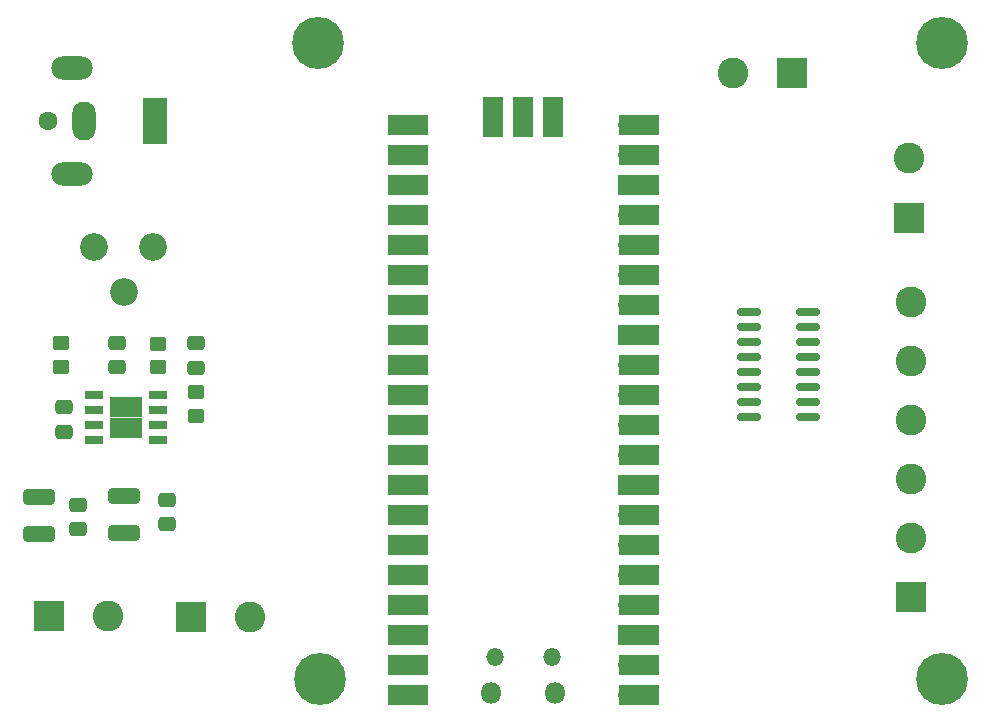
<source format=gbr>
%TF.GenerationSoftware,KiCad,Pcbnew,7.0.1-0*%
%TF.CreationDate,2024-01-28T22:02:15-07:00*%
%TF.ProjectId,biju_saturn_lamp,62696a75-5f73-4617-9475-726e5f6c616d,rev?*%
%TF.SameCoordinates,Original*%
%TF.FileFunction,Soldermask,Top*%
%TF.FilePolarity,Negative*%
%FSLAX46Y46*%
G04 Gerber Fmt 4.6, Leading zero omitted, Abs format (unit mm)*
G04 Created by KiCad (PCBNEW 7.0.1-0) date 2024-01-28 22:02:15*
%MOMM*%
%LPD*%
G01*
G04 APERTURE LIST*
G04 Aperture macros list*
%AMRoundRect*
0 Rectangle with rounded corners*
0 $1 Rounding radius*
0 $2 $3 $4 $5 $6 $7 $8 $9 X,Y pos of 4 corners*
0 Add a 4 corners polygon primitive as box body*
4,1,4,$2,$3,$4,$5,$6,$7,$8,$9,$2,$3,0*
0 Add four circle primitives for the rounded corners*
1,1,$1+$1,$2,$3*
1,1,$1+$1,$4,$5*
1,1,$1+$1,$6,$7*
1,1,$1+$1,$8,$9*
0 Add four rect primitives between the rounded corners*
20,1,$1+$1,$2,$3,$4,$5,0*
20,1,$1+$1,$4,$5,$6,$7,0*
20,1,$1+$1,$6,$7,$8,$9,0*
20,1,$1+$1,$8,$9,$2,$3,0*%
G04 Aperture macros list end*
%ADD10C,4.400000*%
%ADD11RoundRect,0.250000X-1.075000X0.400000X-1.075000X-0.400000X1.075000X-0.400000X1.075000X0.400000X0*%
%ADD12RoundRect,0.250000X-0.475000X0.337500X-0.475000X-0.337500X0.475000X-0.337500X0.475000X0.337500X0*%
%ADD13R,2.600000X2.600000*%
%ADD14C,2.600000*%
%ADD15RoundRect,0.250000X0.450000X-0.350000X0.450000X0.350000X-0.450000X0.350000X-0.450000X-0.350000X0*%
%ADD16RoundRect,0.250000X-0.450000X0.350000X-0.450000X-0.350000X0.450000X-0.350000X0.450000X0.350000X0*%
%ADD17RoundRect,0.150000X0.825000X0.150000X-0.825000X0.150000X-0.825000X-0.150000X0.825000X-0.150000X0*%
%ADD18R,1.500000X0.650000*%
%ADD19R,1.350000X1.800000*%
%ADD20C,1.600000*%
%ADD21R,2.000000X4.000000*%
%ADD22O,2.000000X3.300000*%
%ADD23O,3.500000X2.000000*%
%ADD24C,2.340000*%
%ADD25RoundRect,0.250000X0.475000X-0.337500X0.475000X0.337500X-0.475000X0.337500X-0.475000X-0.337500X0*%
%ADD26O,1.800000X1.800000*%
%ADD27O,1.500000X1.500000*%
%ADD28O,1.700000X1.700000*%
%ADD29R,3.500000X1.700000*%
%ADD30R,1.700000X1.700000*%
%ADD31R,1.700000X3.500000*%
G04 APERTURE END LIST*
D10*
%TO.C,H2*%
X233172000Y-135636000D03*
%TD*%
%TO.C,H1*%
X233172000Y-81788000D03*
%TD*%
D11*
%TO.C,FB1*%
X156718000Y-120243000D03*
X156718000Y-123343000D03*
%TD*%
%TO.C,FB2*%
X163931600Y-120166800D03*
X163931600Y-123266800D03*
%TD*%
D12*
%TO.C,C5*%
X167513000Y-120480000D03*
X167513000Y-122555000D03*
%TD*%
D13*
%TO.C,J3*%
X230378200Y-96581600D03*
D14*
X230378200Y-91581600D03*
%TD*%
D13*
%TO.C,J2*%
X230530400Y-128741200D03*
D14*
X230530400Y-123741200D03*
X230530400Y-118741200D03*
X230530400Y-113741200D03*
X230530400Y-108741200D03*
X230530400Y-103741200D03*
%TD*%
D15*
%TO.C,R3*%
X158532000Y-109215171D03*
X158532000Y-107215171D03*
%TD*%
D16*
%TO.C,R1*%
X169975000Y-111350000D03*
X169975000Y-113350000D03*
%TD*%
D13*
%TO.C,J5*%
X220482800Y-84378600D03*
D14*
X215482800Y-84378600D03*
%TD*%
D17*
%TO.C,U2*%
X221764400Y-113487200D03*
X221764400Y-112217200D03*
X221764400Y-110947200D03*
X221764400Y-109677200D03*
X221764400Y-108407200D03*
X221764400Y-107137200D03*
X221764400Y-105867200D03*
X221764400Y-104597200D03*
X216814400Y-104597200D03*
X216814400Y-105867200D03*
X216814400Y-107137200D03*
X216814400Y-108407200D03*
X216814400Y-109677200D03*
X216814400Y-110947200D03*
X216814400Y-112217200D03*
X216814400Y-113487200D03*
%TD*%
D18*
%TO.C,U3*%
X166733000Y-115388971D03*
X166733000Y-114118971D03*
X166733000Y-112848971D03*
X166733000Y-111578971D03*
X161333000Y-111578971D03*
X161333000Y-112848971D03*
X161333000Y-114118971D03*
X161333000Y-115388971D03*
D19*
X164708000Y-114383971D03*
X164708000Y-112583971D03*
X163358000Y-114383971D03*
X163358000Y-112583971D03*
%TD*%
D20*
%TO.C,J1*%
X157480000Y-88392000D03*
D21*
X166480000Y-88392000D03*
D22*
X160480000Y-88392000D03*
D23*
X159480000Y-83892000D03*
X159480000Y-92892000D03*
%TD*%
D13*
%TO.C,SW1*%
X169559600Y-130403800D03*
D14*
X174559600Y-130403800D03*
%TD*%
D24*
%TO.C,RV1*%
X166366000Y-99070000D03*
X163866000Y-102870000D03*
X161366000Y-99070000D03*
%TD*%
D12*
%TO.C,C1*%
X170012800Y-107228471D03*
X170012800Y-109303471D03*
%TD*%
D10*
%TO.C,H4*%
X180467000Y-135636000D03*
%TD*%
D25*
%TO.C,C3*%
X158786000Y-114713671D03*
X158786000Y-112638671D03*
%TD*%
%TO.C,C4*%
X160020000Y-122957500D03*
X160020000Y-120882500D03*
%TD*%
D15*
%TO.C,R2*%
X166761600Y-109265971D03*
X166761600Y-107265971D03*
%TD*%
D12*
%TO.C,C2*%
X163307200Y-107177671D03*
X163307200Y-109252671D03*
%TD*%
D26*
%TO.C,U1*%
X200425200Y-136837200D03*
D27*
X200125200Y-133807200D03*
X195275200Y-133807200D03*
D26*
X194975200Y-136837200D03*
D28*
X206590200Y-136967200D03*
D29*
X207490200Y-136967200D03*
D28*
X206590200Y-134427200D03*
D29*
X207490200Y-134427200D03*
D30*
X206590200Y-131887200D03*
D29*
X207490200Y-131887200D03*
D28*
X206590200Y-129347200D03*
D29*
X207490200Y-129347200D03*
D28*
X206590200Y-126807200D03*
D29*
X207490200Y-126807200D03*
D28*
X206590200Y-124267200D03*
D29*
X207490200Y-124267200D03*
D28*
X206590200Y-121727200D03*
D29*
X207490200Y-121727200D03*
D30*
X206590200Y-119187200D03*
D29*
X207490200Y-119187200D03*
D28*
X206590200Y-116647200D03*
D29*
X207490200Y-116647200D03*
D28*
X206590200Y-114107200D03*
D29*
X207490200Y-114107200D03*
D28*
X206590200Y-111567200D03*
D29*
X207490200Y-111567200D03*
D28*
X206590200Y-109027200D03*
D29*
X207490200Y-109027200D03*
D30*
X206590200Y-106487200D03*
D29*
X207490200Y-106487200D03*
D28*
X206590200Y-103947200D03*
D29*
X207490200Y-103947200D03*
D28*
X206590200Y-101407200D03*
D29*
X207490200Y-101407200D03*
D28*
X206590200Y-98867200D03*
D29*
X207490200Y-98867200D03*
D28*
X206590200Y-96327200D03*
D29*
X207490200Y-96327200D03*
D30*
X206590200Y-93787200D03*
D29*
X207490200Y-93787200D03*
D28*
X206590200Y-91247200D03*
D29*
X207490200Y-91247200D03*
D28*
X206590200Y-88707200D03*
D29*
X207490200Y-88707200D03*
D28*
X188810200Y-88707200D03*
D29*
X187910200Y-88707200D03*
D28*
X188810200Y-91247200D03*
D29*
X187910200Y-91247200D03*
D30*
X188810200Y-93787200D03*
D29*
X187910200Y-93787200D03*
D28*
X188810200Y-96327200D03*
D29*
X187910200Y-96327200D03*
D28*
X188810200Y-98867200D03*
D29*
X187910200Y-98867200D03*
D28*
X188810200Y-101407200D03*
D29*
X187910200Y-101407200D03*
D28*
X188810200Y-103947200D03*
D29*
X187910200Y-103947200D03*
D30*
X188810200Y-106487200D03*
D29*
X187910200Y-106487200D03*
D28*
X188810200Y-109027200D03*
D29*
X187910200Y-109027200D03*
D28*
X188810200Y-111567200D03*
D29*
X187910200Y-111567200D03*
D28*
X188810200Y-114107200D03*
D29*
X187910200Y-114107200D03*
D28*
X188810200Y-116647200D03*
D29*
X187910200Y-116647200D03*
D30*
X188810200Y-119187200D03*
D29*
X187910200Y-119187200D03*
D28*
X188810200Y-121727200D03*
D29*
X187910200Y-121727200D03*
D28*
X188810200Y-124267200D03*
D29*
X187910200Y-124267200D03*
D28*
X188810200Y-126807200D03*
D29*
X187910200Y-126807200D03*
D28*
X188810200Y-129347200D03*
D29*
X187910200Y-129347200D03*
D30*
X188810200Y-131887200D03*
D29*
X187910200Y-131887200D03*
D28*
X188810200Y-134427200D03*
D29*
X187910200Y-134427200D03*
D28*
X188810200Y-136967200D03*
D29*
X187910200Y-136967200D03*
D28*
X200240200Y-88937200D03*
D31*
X200240200Y-88037200D03*
D30*
X197700200Y-88937200D03*
D31*
X197700200Y-88037200D03*
D28*
X195160200Y-88937200D03*
D31*
X195160200Y-88037200D03*
%TD*%
D10*
%TO.C,H3*%
X180340000Y-81788000D03*
%TD*%
D13*
%TO.C,J4*%
X157520000Y-130353000D03*
D14*
X162520000Y-130353000D03*
%TD*%
M02*

</source>
